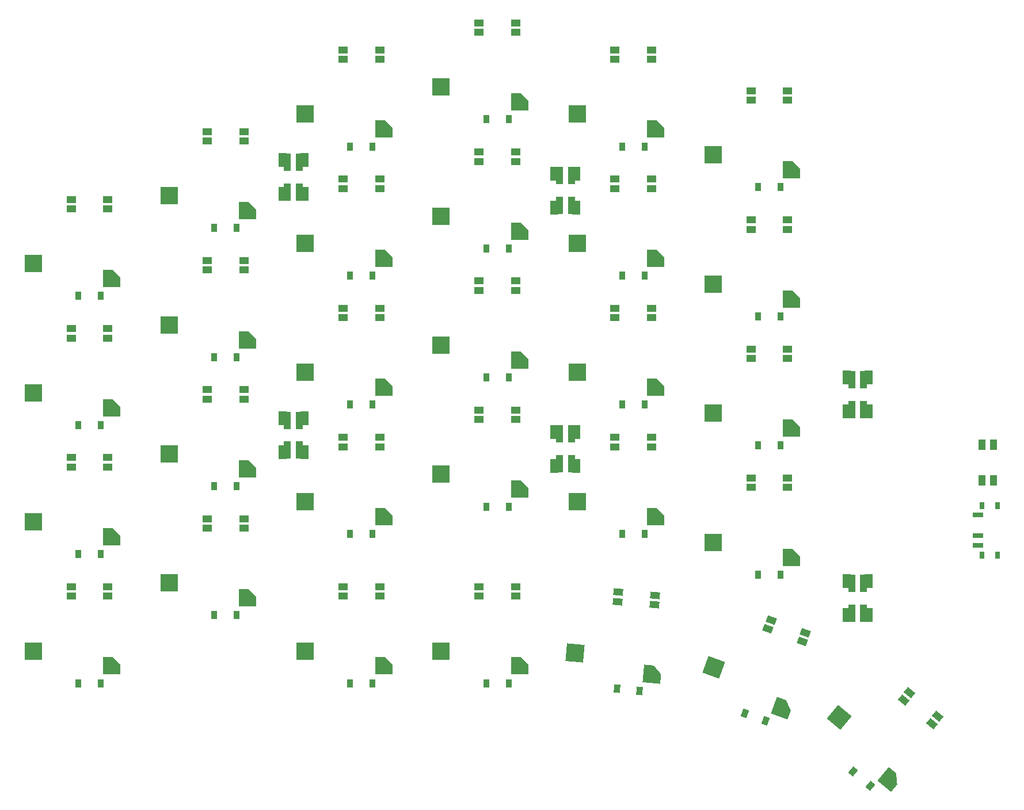
<source format=gbr>
%TF.GenerationSoftware,KiCad,Pcbnew,8.0.4*%
%TF.CreationDate,2024-08-10T13:55:05-06:00*%
%TF.ProjectId,staggered_col58,73746167-6765-4726-9564-5f636f6c3538,0.1*%
%TF.SameCoordinates,Original*%
%TF.FileFunction,Paste,Bot*%
%TF.FilePolarity,Positive*%
%FSLAX46Y46*%
G04 Gerber Fmt 4.6, Leading zero omitted, Abs format (unit mm)*
G04 Created by KiCad (PCBNEW 8.0.4) date 2024-08-10 13:55:05*
%MOMM*%
%LPD*%
G01*
G04 APERTURE LIST*
G04 Aperture macros list*
%AMRotRect*
0 Rectangle, with rotation*
0 The origin of the aperture is its center*
0 $1 length*
0 $2 width*
0 $3 Rotation angle, in degrees counterclockwise*
0 Add horizontal line*
21,1,$1,$2,0,0,$3*%
%AMOutline5P*
0 Free polygon, 5 corners , with rotation*
0 The origin of the aperture is its center*
0 number of corners: always 5*
0 $1 to $10 corner X, Y*
0 $11 Rotation angle, in degrees counterclockwise*
0 create outline with 5 corners*
4,1,5,$1,$2,$3,$4,$5,$6,$7,$8,$9,$10,$1,$2,$11*%
%AMOutline6P*
0 Free polygon, 6 corners , with rotation*
0 The origin of the aperture is its center*
0 number of corners: always 6*
0 $1 to $12 corner X, Y*
0 $13 Rotation angle, in degrees counterclockwise*
0 create outline with 6 corners*
4,1,6,$1,$2,$3,$4,$5,$6,$7,$8,$9,$10,$11,$12,$1,$2,$13*%
%AMOutline7P*
0 Free polygon, 7 corners , with rotation*
0 The origin of the aperture is its center*
0 number of corners: always 7*
0 $1 to $14 corner X, Y*
0 $15 Rotation angle, in degrees counterclockwise*
0 create outline with 7 corners*
4,1,7,$1,$2,$3,$4,$5,$6,$7,$8,$9,$10,$11,$12,$13,$14,$1,$2,$15*%
%AMOutline8P*
0 Free polygon, 8 corners , with rotation*
0 The origin of the aperture is its center*
0 number of corners: always 8*
0 $1 to $16 corner X, Y*
0 $17 Rotation angle, in degrees counterclockwise*
0 create outline with 8 corners*
4,1,8,$1,$2,$3,$4,$5,$6,$7,$8,$9,$10,$11,$12,$13,$14,$15,$16,$1,$2,$17*%
G04 Aperture macros list end*
%ADD10Outline5P,-1.300000X1.300000X1.300000X1.300000X1.300000X-1.300000X-0.117000X-1.300000X-1.300000X-0.117000X180.000000*%
%ADD11R,2.600000X2.600000*%
%ADD12Outline5P,-1.300000X1.300000X1.300000X1.300000X1.300000X-1.300000X-0.117000X-1.300000X-1.300000X-0.117000X175.000000*%
%ADD13RotRect,2.600000X2.600000X175.000000*%
%ADD14Outline5P,-1.300000X1.300000X1.300000X1.300000X1.300000X-1.300000X-0.117000X-1.300000X-1.300000X-0.117000X160.000000*%
%ADD15RotRect,2.600000X2.600000X160.000000*%
%ADD16Outline5P,-1.300000X1.300000X1.300000X1.300000X1.300000X-1.300000X-0.117000X-1.300000X-1.300000X-0.117000X140.000000*%
%ADD17RotRect,2.600000X2.600000X140.000000*%
%ADD18R,0.900000X1.200000*%
%ADD19RotRect,0.900000X1.200000X355.000000*%
%ADD20RotRect,0.900000X1.200000X340.000000*%
%ADD21RotRect,0.900000X1.200000X320.000000*%
%ADD22R,1.400000X1.000000*%
%ADD23RotRect,1.400000X1.000000X355.000000*%
%ADD24RotRect,1.400000X1.000000X340.000000*%
%ADD25RotRect,1.400000X1.000000X320.000000*%
%ADD26R,1.000000X1.550000*%
%ADD27R,0.800000X1.000000*%
%ADD28R,1.500000X0.700000*%
%ADD29R,1.000000X2.600000*%
%ADD30R,1.200000X2.000000*%
G04 APERTURE END LIST*
D10*
%TO.C,SW1*%
X43275000Y-125950000D03*
D11*
X31725000Y-123750000D03*
%TD*%
D10*
%TO.C,SW2*%
X43275000Y-106950000D03*
D11*
X31725000Y-104750000D03*
%TD*%
D10*
%TO.C,SW3*%
X43275000Y-87950000D03*
D11*
X31725000Y-85750000D03*
%TD*%
D10*
%TO.C,SW4*%
X43275000Y-68950000D03*
D11*
X31725000Y-66750000D03*
%TD*%
D10*
%TO.C,SW5*%
X63275000Y-115950000D03*
D11*
X51725000Y-113750000D03*
%TD*%
D10*
%TO.C,SW6*%
X63275000Y-96950000D03*
D11*
X51725000Y-94750000D03*
%TD*%
D10*
%TO.C,SW7*%
X63275000Y-77950000D03*
D11*
X51725000Y-75750000D03*
%TD*%
D10*
%TO.C,SW8*%
X63275000Y-58950000D03*
D11*
X51725000Y-56750000D03*
%TD*%
D10*
%TO.C,SW9*%
X83275000Y-103950000D03*
D11*
X71725000Y-101750000D03*
%TD*%
D10*
%TO.C,SW10*%
X83275000Y-84950000D03*
D11*
X71725000Y-82750000D03*
%TD*%
D10*
%TO.C,SW11*%
X83275000Y-65950000D03*
D11*
X71725000Y-63750000D03*
%TD*%
D10*
%TO.C,SW12*%
X83275000Y-46950000D03*
D11*
X71725000Y-44750000D03*
%TD*%
D10*
%TO.C,SW13*%
X103275000Y-99950000D03*
D11*
X91725000Y-97750000D03*
%TD*%
D10*
%TO.C,SW14*%
X103275000Y-80950000D03*
D11*
X91725000Y-78750000D03*
%TD*%
D10*
%TO.C,SW15*%
X103275000Y-61950000D03*
D11*
X91725000Y-59750000D03*
%TD*%
D10*
%TO.C,SW16*%
X103275000Y-42950000D03*
D11*
X91725000Y-40750000D03*
%TD*%
D10*
%TO.C,SW17*%
X123275000Y-103950000D03*
D11*
X111725000Y-101750000D03*
%TD*%
D10*
%TO.C,SW18*%
X123275000Y-84950000D03*
D11*
X111725000Y-82750000D03*
%TD*%
D10*
%TO.C,SW19*%
X123275000Y-65950000D03*
D11*
X111725000Y-63750000D03*
%TD*%
D10*
%TO.C,SW20*%
X123275000Y-46950000D03*
D11*
X111725000Y-44750000D03*
%TD*%
D10*
%TO.C,SW21*%
X143275000Y-109950000D03*
D11*
X131725000Y-107750000D03*
%TD*%
D10*
%TO.C,SW22*%
X143275000Y-90950000D03*
D11*
X131725000Y-88750000D03*
%TD*%
D10*
%TO.C,SW23*%
X143275000Y-71950000D03*
D11*
X131725000Y-69750000D03*
%TD*%
D10*
%TO.C,SW24*%
X143275000Y-52950000D03*
D11*
X131725000Y-50750000D03*
%TD*%
D10*
%TO.C,SW25*%
X83275000Y-125950000D03*
D11*
X71725000Y-123750000D03*
%TD*%
D10*
%TO.C,SW26*%
X103275000Y-125950000D03*
D11*
X91725000Y-123750000D03*
%TD*%
D12*
%TO.C,SW27*%
X122743961Y-127212794D03*
D13*
X111429655Y-124014516D03*
%TD*%
D14*
%TO.C,SW28*%
X141882873Y-132197787D03*
D15*
X131781868Y-126180131D03*
%TD*%
D16*
%TO.C,SW29*%
X157733509Y-142662494D03*
D17*
X150299829Y-133552999D03*
%TD*%
D18*
%TO.C,D1*%
X41650000Y-128500000D03*
X38350000Y-128500000D03*
%TD*%
%TO.C,D2*%
X41650000Y-109500000D03*
X38350000Y-109500000D03*
%TD*%
%TO.C,D3*%
X41650000Y-90500000D03*
X38350000Y-90500000D03*
%TD*%
%TO.C,D4*%
X41650000Y-71500000D03*
X38350000Y-71500000D03*
%TD*%
%TO.C,D5*%
X61650000Y-118500000D03*
X58350000Y-118500000D03*
%TD*%
%TO.C,D6*%
X61650000Y-99500000D03*
X58350000Y-99500000D03*
%TD*%
%TO.C,D7*%
X61650000Y-80500000D03*
X58350000Y-80500000D03*
%TD*%
%TO.C,D8*%
X61650000Y-61500000D03*
X58350000Y-61500000D03*
%TD*%
%TO.C,D9*%
X81650000Y-106500000D03*
X78350000Y-106500000D03*
%TD*%
%TO.C,D10*%
X81650000Y-87500000D03*
X78350000Y-87500000D03*
%TD*%
%TO.C,D11*%
X81650000Y-68500000D03*
X78350000Y-68500000D03*
%TD*%
%TO.C,D12*%
X81650000Y-49500000D03*
X78350000Y-49500000D03*
%TD*%
%TO.C,D13*%
X101650000Y-102500000D03*
X98350000Y-102500000D03*
%TD*%
%TO.C,D14*%
X101650000Y-83500000D03*
X98350000Y-83500000D03*
%TD*%
%TO.C,D15*%
X101650000Y-64500000D03*
X98350000Y-64500000D03*
%TD*%
%TO.C,D16*%
X101650000Y-45500000D03*
X98350000Y-45500000D03*
%TD*%
%TO.C,D17*%
X121650000Y-106500000D03*
X118350000Y-106500000D03*
%TD*%
%TO.C,D18*%
X121650000Y-87500000D03*
X118350000Y-87500000D03*
%TD*%
%TO.C,D19*%
X121650000Y-68500000D03*
X118350000Y-68500000D03*
%TD*%
%TO.C,D20*%
X121650000Y-49500000D03*
X118350000Y-49500000D03*
%TD*%
%TO.C,D21*%
X141650000Y-112500000D03*
X138350000Y-112500000D03*
%TD*%
%TO.C,D22*%
X141650000Y-93500000D03*
X138350000Y-93500000D03*
%TD*%
%TO.C,D23*%
X141650000Y-74500000D03*
X138350000Y-74500000D03*
%TD*%
%TO.C,D24*%
X141650000Y-55500000D03*
X138350000Y-55500000D03*
%TD*%
%TO.C,D25*%
X81650000Y-128500000D03*
X78350000Y-128500000D03*
%TD*%
%TO.C,D26*%
X101650000Y-128500000D03*
X98350000Y-128500000D03*
%TD*%
D19*
%TO.C,D27*%
X120902921Y-129611507D03*
X117615479Y-129323893D03*
%TD*%
D20*
%TO.C,D28*%
X139483693Y-134038233D03*
X136382707Y-132909567D03*
%TD*%
D21*
%TO.C,D29*%
X154849573Y-143571400D03*
X152321627Y-141450200D03*
%TD*%
D22*
%TO.C,L1*%
X42700000Y-114300000D03*
X42700000Y-115700000D03*
X37300000Y-114300000D03*
X37300000Y-115700000D03*
%TD*%
%TO.C,L2*%
X42700000Y-95300000D03*
X42700000Y-96700000D03*
X37300000Y-95300000D03*
X37300000Y-96700000D03*
%TD*%
%TO.C,L3*%
X42700000Y-76300000D03*
X42700000Y-77700000D03*
X37300000Y-76300000D03*
X37300000Y-77700000D03*
%TD*%
%TO.C,L4*%
X42700000Y-57300000D03*
X42700000Y-58700000D03*
X37300000Y-57300000D03*
X37300000Y-58700000D03*
%TD*%
%TO.C,L5*%
X62700000Y-104300000D03*
X62700000Y-105700000D03*
X57300000Y-104300000D03*
X57300000Y-105700000D03*
%TD*%
%TO.C,L6*%
X62700000Y-85300000D03*
X62700000Y-86700000D03*
X57300000Y-85300000D03*
X57300000Y-86700000D03*
%TD*%
%TO.C,L7*%
X62700000Y-66300000D03*
X62700000Y-67700000D03*
X57300000Y-66300000D03*
X57300000Y-67700000D03*
%TD*%
%TO.C,L8*%
X62700000Y-47300000D03*
X62700000Y-48700000D03*
X57300000Y-47300000D03*
X57300000Y-48700000D03*
%TD*%
%TO.C,L9*%
X82700000Y-92300000D03*
X82700000Y-93700000D03*
X77300000Y-92300000D03*
X77300000Y-93700000D03*
%TD*%
%TO.C,L10*%
X82700000Y-73300000D03*
X82700000Y-74700000D03*
X77300000Y-73300000D03*
X77300000Y-74700000D03*
%TD*%
%TO.C,L11*%
X82700000Y-54300000D03*
X82700000Y-55700000D03*
X77300000Y-54300000D03*
X77300000Y-55700000D03*
%TD*%
%TO.C,L12*%
X82700000Y-35300000D03*
X82700000Y-36700000D03*
X77300000Y-35300000D03*
X77300000Y-36700000D03*
%TD*%
%TO.C,L13*%
X102700000Y-88300000D03*
X102700000Y-89700000D03*
X97300000Y-88300000D03*
X97300000Y-89700000D03*
%TD*%
%TO.C,L14*%
X102700000Y-69300000D03*
X102700000Y-70700000D03*
X97300000Y-69300000D03*
X97300000Y-70700000D03*
%TD*%
%TO.C,L15*%
X102700000Y-50300000D03*
X102700000Y-51700000D03*
X97300000Y-50300000D03*
X97300000Y-51700000D03*
%TD*%
%TO.C,L16*%
X102700000Y-31300000D03*
X102700000Y-32700000D03*
X97300000Y-31300000D03*
X97300000Y-32700000D03*
%TD*%
%TO.C,L17*%
X122700000Y-92300000D03*
X122700000Y-93700000D03*
X117300000Y-92300000D03*
X117300000Y-93700000D03*
%TD*%
%TO.C,L18*%
X122700000Y-73300000D03*
X122700000Y-74700000D03*
X117300000Y-73300000D03*
X117300000Y-74700000D03*
%TD*%
%TO.C,L19*%
X122700000Y-54300000D03*
X122700000Y-55700000D03*
X117300000Y-54300000D03*
X117300000Y-55700000D03*
%TD*%
%TO.C,L20*%
X122700000Y-35300000D03*
X122700000Y-36700000D03*
X117300000Y-35300000D03*
X117300000Y-36700000D03*
%TD*%
%TO.C,L21*%
X142700000Y-98300000D03*
X142700000Y-99700000D03*
X137300000Y-98300000D03*
X137300000Y-99700000D03*
%TD*%
%TO.C,L22*%
X142700000Y-79300000D03*
X142700000Y-80700000D03*
X137300000Y-79300000D03*
X137300000Y-80700000D03*
%TD*%
%TO.C,L23*%
X142700000Y-60300000D03*
X142700000Y-61700000D03*
X137300000Y-60300000D03*
X137300000Y-61700000D03*
%TD*%
%TO.C,L24*%
X142700000Y-41300000D03*
X142700000Y-42700000D03*
X137300000Y-41300000D03*
X137300000Y-42700000D03*
%TD*%
%TO.C,L25*%
X82700000Y-114300000D03*
X82700000Y-115700000D03*
X77300000Y-114300000D03*
X77300000Y-115700000D03*
%TD*%
%TO.C,L26*%
X102700000Y-114300000D03*
X102700000Y-115700000D03*
X97300000Y-114300000D03*
X97300000Y-115700000D03*
%TD*%
D23*
%TO.C,L27*%
X123186535Y-115556984D03*
X123064517Y-116951657D03*
X117807083Y-115086343D03*
X117685065Y-116481016D03*
%TD*%
D24*
%TO.C,L28*%
X145327084Y-121053670D03*
X144848256Y-122369239D03*
X140252744Y-119206761D03*
X139773916Y-120522330D03*
%TD*%
D25*
%TO.C,L29*%
X164781571Y-133368495D03*
X163881669Y-134440958D03*
X160644931Y-129897442D03*
X159745029Y-130969905D03*
%TD*%
D26*
%TO.C,RST1*%
X172950000Y-93375000D03*
X171250000Y-93375000D03*
X172950000Y-98625000D03*
X171250000Y-98625000D03*
%TD*%
D27*
%TO.C,PWR1*%
X171315000Y-102350000D03*
X173525000Y-102350000D03*
X171315000Y-109650000D03*
X173525000Y-109650000D03*
D28*
X170665000Y-103750000D03*
X170665000Y-106750000D03*
X170665000Y-108250000D03*
%TD*%
D29*
%TO.C,UB_1*%
X70875000Y-89800000D03*
X69125000Y-89800000D03*
X69125000Y-94200000D03*
X70875000Y-94200000D03*
D30*
X71600000Y-89500000D03*
X68400000Y-89500000D03*
X68400000Y-94500000D03*
X71600000Y-94500000D03*
%TD*%
D29*
%TO.C,UB_2*%
X70875000Y-51800000D03*
X69125000Y-51800000D03*
X69125000Y-56200000D03*
X70875000Y-56200000D03*
D30*
X71600000Y-51500000D03*
X68400000Y-51500000D03*
X68400000Y-56500000D03*
X71600000Y-56500000D03*
%TD*%
D29*
%TO.C,UB_3*%
X110875000Y-91800000D03*
X109125000Y-91800000D03*
X109125000Y-96200000D03*
X110875000Y-96200000D03*
D30*
X111600000Y-91500000D03*
X108400000Y-91500000D03*
X108400000Y-96500000D03*
X111600000Y-96500000D03*
%TD*%
D29*
%TO.C,UB_4*%
X110875000Y-53800000D03*
X109125000Y-53800000D03*
X109125000Y-58200000D03*
X110875000Y-58200000D03*
D30*
X111600000Y-53500000D03*
X108400000Y-53500000D03*
X108400000Y-58500000D03*
X111600000Y-58500000D03*
%TD*%
D29*
%TO.C,UB_5*%
X153875000Y-113800000D03*
X152125000Y-113800000D03*
X152125000Y-118200000D03*
X153875000Y-118200000D03*
D30*
X154600000Y-113500000D03*
X151400000Y-113500000D03*
X151400000Y-118500000D03*
X154600000Y-118500000D03*
%TD*%
D29*
%TO.C,UB_6*%
X153875000Y-83800000D03*
X152125000Y-83800000D03*
X152125000Y-88200000D03*
X153875000Y-88200000D03*
D30*
X154600000Y-83500000D03*
X151400000Y-83500000D03*
X151400000Y-88500000D03*
X154600000Y-88500000D03*
%TD*%
M02*

</source>
